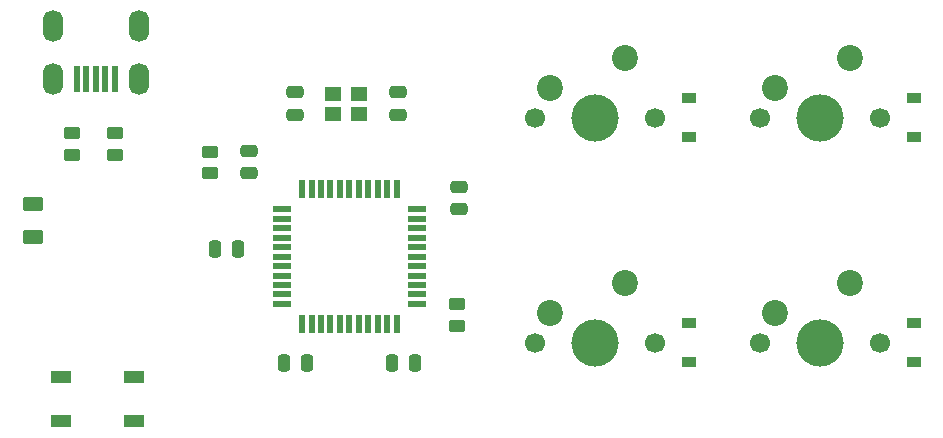
<source format=gbs>
G04 #@! TF.GenerationSoftware,KiCad,Pcbnew,(6.0.11)*
G04 #@! TF.CreationDate,2023-02-25T22:20:46-07:00*
G04 #@! TF.ProjectId,Stubborness,53747562-626f-4726-9e65-73732e6b6963,rev?*
G04 #@! TF.SameCoordinates,Original*
G04 #@! TF.FileFunction,Soldermask,Bot*
G04 #@! TF.FilePolarity,Negative*
%FSLAX46Y46*%
G04 Gerber Fmt 4.6, Leading zero omitted, Abs format (unit mm)*
G04 Created by KiCad (PCBNEW (6.0.11)) date 2023-02-25 22:20:46*
%MOMM*%
%LPD*%
G01*
G04 APERTURE LIST*
G04 Aperture macros list*
%AMRoundRect*
0 Rectangle with rounded corners*
0 $1 Rounding radius*
0 $2 $3 $4 $5 $6 $7 $8 $9 X,Y pos of 4 corners*
0 Add a 4 corners polygon primitive as box body*
4,1,4,$2,$3,$4,$5,$6,$7,$8,$9,$2,$3,0*
0 Add four circle primitives for the rounded corners*
1,1,$1+$1,$2,$3*
1,1,$1+$1,$4,$5*
1,1,$1+$1,$6,$7*
1,1,$1+$1,$8,$9*
0 Add four rect primitives between the rounded corners*
20,1,$1+$1,$2,$3,$4,$5,0*
20,1,$1+$1,$4,$5,$6,$7,0*
20,1,$1+$1,$6,$7,$8,$9,0*
20,1,$1+$1,$8,$9,$2,$3,0*%
G04 Aperture macros list end*
%ADD10C,1.700000*%
%ADD11C,4.000000*%
%ADD12C,2.200000*%
%ADD13R,1.800000X1.100000*%
%ADD14RoundRect,0.250000X-0.450000X0.262500X-0.450000X-0.262500X0.450000X-0.262500X0.450000X0.262500X0*%
%ADD15RoundRect,0.250000X-0.475000X0.250000X-0.475000X-0.250000X0.475000X-0.250000X0.475000X0.250000X0*%
%ADD16RoundRect,0.250000X0.475000X-0.250000X0.475000X0.250000X-0.475000X0.250000X-0.475000X-0.250000X0*%
%ADD17R,0.500000X2.250000*%
%ADD18O,1.700000X2.700000*%
%ADD19RoundRect,0.250000X0.250000X0.475000X-0.250000X0.475000X-0.250000X-0.475000X0.250000X-0.475000X0*%
%ADD20R,1.500000X0.550000*%
%ADD21R,0.550000X1.500000*%
%ADD22R,1.200000X0.900000*%
%ADD23RoundRect,0.250000X-0.250000X-0.475000X0.250000X-0.475000X0.250000X0.475000X-0.250000X0.475000X0*%
%ADD24R,1.400000X1.200000*%
%ADD25RoundRect,0.250000X0.450000X-0.262500X0.450000X0.262500X-0.450000X0.262500X-0.450000X-0.262500X0*%
%ADD26RoundRect,0.250000X-0.625000X0.375000X-0.625000X-0.375000X0.625000X-0.375000X0.625000X0.375000X0*%
G04 APERTURE END LIST*
D10*
G04 #@! TO.C,MX4*
X103505000Y-153987500D03*
X93345000Y-153987500D03*
D11*
X98425000Y-153987500D03*
D12*
X100965000Y-148907500D03*
X94615000Y-151447500D03*
G04 #@! TD*
D10*
G04 #@! TO.C,MX3*
X74295000Y-153987500D03*
X84455000Y-153987500D03*
D11*
X79375000Y-153987500D03*
D12*
X81915000Y-148907500D03*
X75565000Y-151447500D03*
G04 #@! TD*
D10*
G04 #@! TO.C,MX1*
X84455000Y-134937500D03*
D11*
X79375000Y-134937500D03*
D10*
X74295000Y-134937500D03*
D12*
X81915000Y-129857500D03*
X75565000Y-132397500D03*
G04 #@! TD*
D11*
G04 #@! TO.C,MX2*
X98425000Y-134937500D03*
D10*
X93345000Y-134937500D03*
X103505000Y-134937500D03*
D12*
X100965000Y-129857500D03*
X94615000Y-132397500D03*
G04 #@! TD*
D13*
G04 #@! TO.C,SW1*
X34111000Y-160600000D03*
X40311000Y-156900000D03*
X34111000Y-156900000D03*
X40311000Y-160600000D03*
G04 #@! TD*
D14*
G04 #@! TO.C,R1*
X35052000Y-136247500D03*
X35052000Y-138072500D03*
G04 #@! TD*
D15*
G04 #@! TO.C,C3*
X62682500Y-132781000D03*
X62682500Y-134681000D03*
G04 #@! TD*
D16*
G04 #@! TO.C,C4*
X53919500Y-134681000D03*
X53919500Y-132781000D03*
G04 #@! TD*
D17*
G04 #@! TO.C,USB1*
X38684000Y-131627000D03*
X37884000Y-131627000D03*
X37084000Y-131627000D03*
X36284000Y-131627000D03*
X35484000Y-131627000D03*
D18*
X40734000Y-131627000D03*
X33434000Y-127127000D03*
X40734000Y-127127000D03*
X33434000Y-131627000D03*
G04 #@! TD*
D19*
G04 #@! TO.C,C6*
X49083000Y-146050000D03*
X47183000Y-146050000D03*
G04 #@! TD*
D14*
G04 #@! TO.C,R2*
X38735000Y-136247500D03*
X38735000Y-138072500D03*
G04 #@! TD*
D20*
G04 #@! TO.C,U1*
X52847000Y-150685000D03*
X52847000Y-149885000D03*
X52847000Y-149085000D03*
X52847000Y-148285000D03*
X52847000Y-147485000D03*
X52847000Y-146685000D03*
X52847000Y-145885000D03*
X52847000Y-145085000D03*
X52847000Y-144285000D03*
X52847000Y-143485000D03*
X52847000Y-142685000D03*
D21*
X54547000Y-140985000D03*
X55347000Y-140985000D03*
X56147000Y-140985000D03*
X56947000Y-140985000D03*
X57747000Y-140985000D03*
X58547000Y-140985000D03*
X59347000Y-140985000D03*
X60147000Y-140985000D03*
X60947000Y-140985000D03*
X61747000Y-140985000D03*
X62547000Y-140985000D03*
D20*
X64247000Y-142685000D03*
X64247000Y-143485000D03*
X64247000Y-144285000D03*
X64247000Y-145085000D03*
X64247000Y-145885000D03*
X64247000Y-146685000D03*
X64247000Y-147485000D03*
X64247000Y-148285000D03*
X64247000Y-149085000D03*
X64247000Y-149885000D03*
X64247000Y-150685000D03*
D21*
X62547000Y-152385000D03*
X61747000Y-152385000D03*
X60947000Y-152385000D03*
X60147000Y-152385000D03*
X59347000Y-152385000D03*
X58547000Y-152385000D03*
X57747000Y-152385000D03*
X56947000Y-152385000D03*
X56147000Y-152385000D03*
X55347000Y-152385000D03*
X54547000Y-152385000D03*
G04 #@! TD*
D16*
G04 #@! TO.C,C1*
X50038000Y-139634000D03*
X50038000Y-137734000D03*
G04 #@! TD*
D22*
G04 #@! TO.C,D3*
X87312500Y-155637500D03*
X87312500Y-152337500D03*
G04 #@! TD*
G04 #@! TO.C,D2*
X106362500Y-136587500D03*
X106362500Y-133287500D03*
G04 #@! TD*
D23*
G04 #@! TO.C,C7*
X53025000Y-155702000D03*
X54925000Y-155702000D03*
G04 #@! TD*
D14*
G04 #@! TO.C,R4*
X67691000Y-150725500D03*
X67691000Y-152550500D03*
G04 #@! TD*
D24*
G04 #@! TO.C,Y1*
X59337500Y-134581000D03*
X57137500Y-134581000D03*
X57137500Y-132881000D03*
X59337500Y-132881000D03*
G04 #@! TD*
D25*
G04 #@! TO.C,R3*
X46736000Y-139620000D03*
X46736000Y-137795000D03*
G04 #@! TD*
D19*
G04 #@! TO.C,C5*
X64069000Y-155702000D03*
X62169000Y-155702000D03*
G04 #@! TD*
D22*
G04 #@! TO.C,D4*
X106362500Y-155637500D03*
X106362500Y-152337500D03*
G04 #@! TD*
D16*
G04 #@! TO.C,C2*
X67818000Y-142682000D03*
X67818000Y-140782000D03*
G04 #@! TD*
D22*
G04 #@! TO.C,D1*
X87312500Y-136587500D03*
X87312500Y-133287500D03*
G04 #@! TD*
D26*
G04 #@! TO.C,F1*
X31750000Y-142237000D03*
X31750000Y-145037000D03*
G04 #@! TD*
M02*

</source>
